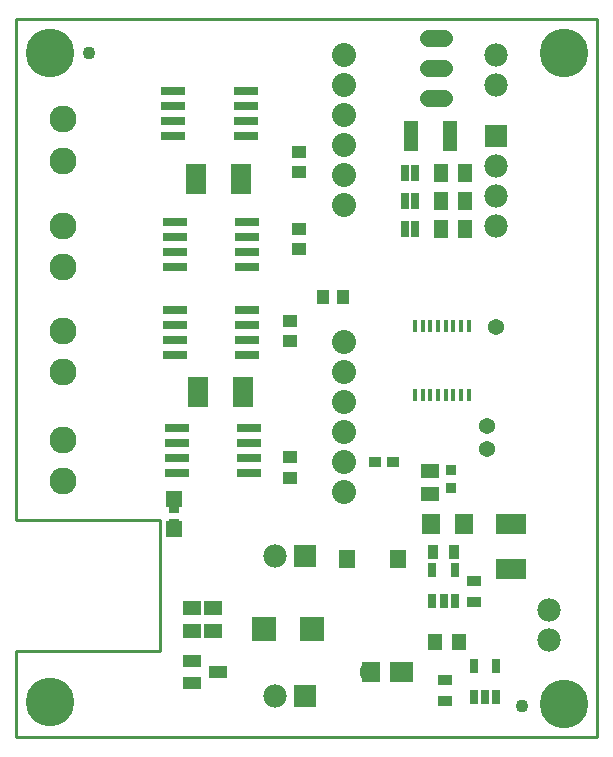
<source format=gts>
G75*
%MOIN*%
%OFA0B0*%
%FSLAX24Y24*%
%IPPOS*%
%LPD*%
%AMOC8*
5,1,8,0,0,1.08239X$1,22.5*
%
%ADD10C,0.0100*%
%ADD11R,0.0840X0.0300*%
%ADD12C,0.0900*%
%ADD13C,0.0800*%
%ADD14R,0.0473X0.0434*%
%ADD15R,0.0160X0.0430*%
%ADD16R,0.0780X0.0780*%
%ADD17C,0.0780*%
%ADD18R,0.0540X0.0540*%
%ADD19R,0.0512X0.1024*%
%ADD20C,0.0540*%
%ADD21R,0.0355X0.0355*%
%ADD22R,0.0591X0.0473*%
%ADD23R,0.0709X0.1024*%
%ADD24R,0.0355X0.0394*%
%ADD25C,0.0434*%
%ADD26C,0.1621*%
%ADD27R,0.0827X0.0827*%
%ADD28R,0.0591X0.0434*%
%ADD29R,0.0512X0.0355*%
%ADD30R,0.0355X0.0512*%
%ADD31R,0.0591X0.0670*%
%ADD32R,0.1024X0.0709*%
%ADD33R,0.0540X0.0619*%
%ADD34R,0.0512X0.0552*%
%ADD35R,0.0257X0.0512*%
%ADD36R,0.0394X0.0355*%
%ADD37R,0.0690X0.0690*%
%ADD38C,0.0690*%
%ADD39C,0.0560*%
%ADD40R,0.0473X0.0591*%
%ADD41R,0.0290X0.0540*%
%ADD42R,0.0434X0.0473*%
D10*
X001993Y000973D02*
X001993Y003848D01*
X006805Y003848D01*
X006805Y008223D01*
X001993Y008223D01*
X001993Y024910D01*
X021368Y024910D01*
X021368Y000973D01*
X001993Y000973D01*
D11*
X007345Y009785D03*
X007345Y010285D03*
X007345Y010785D03*
X007345Y011285D03*
X007283Y013723D03*
X007283Y014223D03*
X007283Y014723D03*
X007283Y015223D03*
X007283Y016660D03*
X007283Y017160D03*
X007283Y017660D03*
X007283Y018160D03*
X009703Y018160D03*
X009703Y017660D03*
X009703Y017160D03*
X009703Y016660D03*
X009703Y015223D03*
X009703Y014723D03*
X009703Y014223D03*
X009703Y013723D03*
X009765Y011285D03*
X009765Y010785D03*
X009765Y010285D03*
X009765Y009785D03*
X009640Y021035D03*
X009640Y021535D03*
X009640Y022035D03*
X009640Y022535D03*
X007220Y022535D03*
X007220Y022035D03*
X007220Y021535D03*
X007220Y021035D03*
D12*
X003555Y021579D03*
X003555Y020201D03*
X003555Y018017D03*
X003555Y016639D03*
X003555Y014517D03*
X003555Y013139D03*
X003555Y010892D03*
X003555Y009514D03*
D13*
X012930Y009160D03*
X012930Y010160D03*
X012930Y011160D03*
X012930Y012160D03*
X012930Y013160D03*
X012930Y014160D03*
X012930Y018723D03*
X012930Y019723D03*
X012930Y020723D03*
X012930Y021723D03*
X012930Y022723D03*
X012930Y023723D03*
D14*
X011430Y020495D03*
X011430Y019825D03*
X011430Y017932D03*
X011430Y017263D03*
X011118Y014870D03*
X011118Y014200D03*
X011118Y010307D03*
X011118Y009638D03*
D15*
X015284Y012386D03*
X015540Y012386D03*
X015796Y012386D03*
X016052Y012386D03*
X016308Y012386D03*
X016564Y012386D03*
X016820Y012386D03*
X017076Y012386D03*
X017076Y014684D03*
X016820Y014684D03*
X016564Y014684D03*
X016308Y014684D03*
X016052Y014684D03*
X015796Y014684D03*
X015540Y014684D03*
X015284Y014684D03*
D16*
X017993Y021035D03*
X011618Y007035D03*
X011618Y002348D03*
D17*
X010618Y002348D03*
X010618Y007035D03*
X019743Y005223D03*
X019743Y004223D03*
X017993Y018035D03*
X017993Y019035D03*
X017993Y020035D03*
X017993Y022723D03*
X017993Y023723D03*
D18*
X007243Y008910D03*
X007243Y007910D03*
D19*
X015155Y021035D03*
X016455Y021035D03*
D20*
X017993Y014660D03*
X017680Y011348D03*
X017680Y010598D03*
D21*
X016493Y009893D03*
X016493Y009302D03*
D22*
X015805Y009079D03*
X015805Y009866D03*
X008555Y005304D03*
X007868Y005304D03*
X007868Y004516D03*
X008555Y004516D03*
D23*
X008057Y012473D03*
X009553Y012473D03*
X009491Y019598D03*
X007994Y019598D03*
D24*
X007243Y008648D03*
X007243Y008048D03*
D25*
X018868Y002035D03*
X004430Y023785D03*
D26*
X003118Y023785D03*
X020243Y023785D03*
X020243Y002098D03*
X003118Y002160D03*
D27*
X010268Y004598D03*
X011842Y004598D03*
D28*
X008738Y003160D03*
X007872Y002786D03*
X007872Y003534D03*
D29*
X016305Y002889D03*
X016305Y002181D03*
X017243Y005493D03*
X017243Y006202D03*
D30*
X016597Y007160D03*
X015888Y007160D03*
D31*
X015816Y008098D03*
X016919Y008098D03*
X014919Y003160D03*
X013816Y003160D03*
D32*
X018493Y006599D03*
X018493Y008096D03*
D33*
X014714Y006910D03*
X013021Y006910D03*
D34*
X015968Y004160D03*
X016768Y004160D03*
D35*
X017243Y003359D03*
X017992Y003359D03*
X017992Y002336D03*
X017618Y002336D03*
X017243Y002336D03*
X016617Y005523D03*
X016243Y005523D03*
X015868Y005523D03*
X015868Y006547D03*
X016617Y006547D03*
D36*
X014543Y010160D03*
X013943Y010160D03*
D37*
X014805Y003160D03*
D38*
X013805Y003160D03*
D39*
X015733Y022285D02*
X016253Y022285D01*
X016253Y023285D02*
X015733Y023285D01*
X015733Y024285D02*
X016253Y024285D01*
D40*
X016161Y019785D03*
X016949Y019785D03*
X016949Y018848D03*
X016161Y018848D03*
X016161Y017910D03*
X016949Y017910D03*
D41*
X015280Y017910D03*
X014955Y017910D03*
X014955Y018848D03*
X015280Y018848D03*
X015280Y019785D03*
X014955Y019785D03*
D42*
X012890Y015660D03*
X012220Y015660D03*
M02*

</source>
